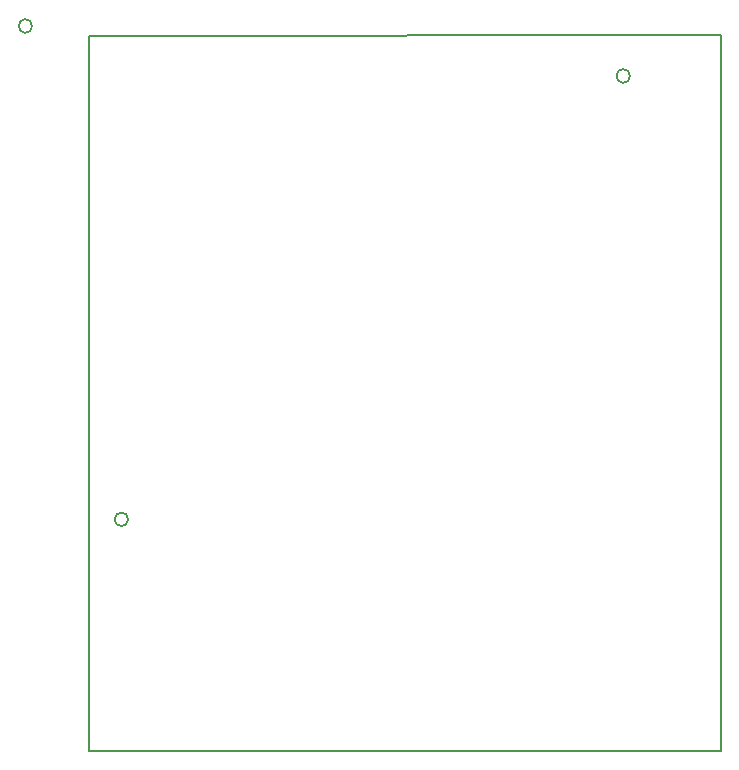
<source format=gbr>
%TF.GenerationSoftware,KiCad,Pcbnew,(5.1.7)-1*%
%TF.CreationDate,2020-10-23T17:34:00-04:00*%
%TF.ProjectId,final_schematic,66696e61-6c5f-4736-9368-656d61746963,3*%
%TF.SameCoordinates,Original*%
%TF.FileFunction,Profile,NP*%
%FSLAX46Y46*%
G04 Gerber Fmt 4.6, Leading zero omitted, Abs format (unit mm)*
G04 Created by KiCad (PCBNEW (5.1.7)-1) date 2020-10-23 17:34:00*
%MOMM*%
%LPD*%
G01*
G04 APERTURE LIST*
%TA.AperFunction,Profile*%
%ADD10C,0.150000*%
%TD*%
G04 APERTURE END LIST*
D10*
X101784840Y-86306080D02*
G75*
G03*
X101784840Y-86306080I-576000J0D01*
G01*
X144273960Y-48771120D02*
G75*
G03*
X144273960Y-48771120I-576000J0D01*
G01*
X93653720Y-44541440D02*
G75*
G03*
X93653720Y-44541440I-576000J0D01*
G01*
X151993600Y-45339000D02*
X98475800Y-45377100D01*
X151993600Y-105892600D02*
X151993600Y-45339000D01*
X98475800Y-105905300D02*
X98475800Y-45377100D01*
X151993600Y-105892600D02*
X98475800Y-105905300D01*
M02*

</source>
